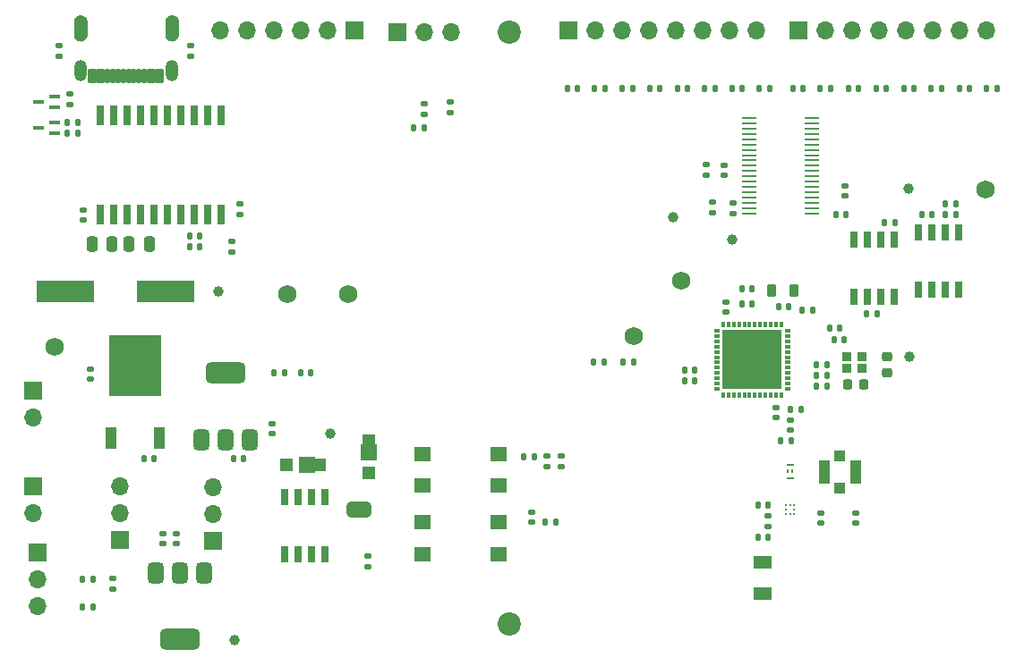
<source format=gbr>
%TF.GenerationSoftware,KiCad,Pcbnew,9.0.0*%
%TF.CreationDate,2025-05-06T12:07:41+02:00*%
%TF.ProjectId,Processing_board,50726f63-6573-4736-996e-675f626f6172,rev?*%
%TF.SameCoordinates,Original*%
%TF.FileFunction,Soldermask,Top*%
%TF.FilePolarity,Negative*%
%FSLAX46Y46*%
G04 Gerber Fmt 4.6, Leading zero omitted, Abs format (unit mm)*
G04 Created by KiCad (PCBNEW 9.0.0) date 2025-05-06 12:07:41*
%MOMM*%
%LPD*%
G01*
G04 APERTURE LIST*
G04 Aperture macros list*
%AMRoundRect*
0 Rectangle with rounded corners*
0 $1 Rounding radius*
0 $2 $3 $4 $5 $6 $7 $8 $9 X,Y pos of 4 corners*
0 Add a 4 corners polygon primitive as box body*
4,1,4,$2,$3,$4,$5,$6,$7,$8,$9,$2,$3,0*
0 Add four circle primitives for the rounded corners*
1,1,$1+$1,$2,$3*
1,1,$1+$1,$4,$5*
1,1,$1+$1,$6,$7*
1,1,$1+$1,$8,$9*
0 Add four rect primitives between the rounded corners*
20,1,$1+$1,$2,$3,$4,$5,0*
20,1,$1+$1,$4,$5,$6,$7,0*
20,1,$1+$1,$6,$7,$8,$9,0*
20,1,$1+$1,$8,$9,$2,$3,0*%
%AMFreePoly0*
4,1,23,0.500000,-0.750000,0.000000,-0.750000,0.000000,-0.745722,-0.065263,-0.745722,-0.191342,-0.711940,-0.304381,-0.646677,-0.396677,-0.554381,-0.461940,-0.441342,-0.495722,-0.315263,-0.495722,-0.250000,-0.500000,-0.250000,-0.500000,0.250000,-0.495722,0.250000,-0.495722,0.315263,-0.461940,0.441342,-0.396677,0.554381,-0.304381,0.646677,-0.191342,0.711940,-0.065263,0.745722,0.000000,0.745722,
0.000000,0.750000,0.500000,0.750000,0.500000,-0.750000,0.500000,-0.750000,$1*%
%AMFreePoly1*
4,1,23,0.000000,0.745722,0.065263,0.745722,0.191342,0.711940,0.304381,0.646677,0.396677,0.554381,0.461940,0.441342,0.495722,0.315263,0.495722,0.250000,0.500000,0.250000,0.500000,-0.250000,0.495722,-0.250000,0.495722,-0.315263,0.461940,-0.441342,0.396677,-0.554381,0.304381,-0.646677,0.191342,-0.711940,0.065263,-0.745722,0.000000,-0.745722,0.000000,-0.750000,-0.500000,-0.750000,
-0.500000,0.750000,0.000000,0.750000,0.000000,0.745722,0.000000,0.745722,$1*%
G04 Aperture macros list end*
%ADD10C,0.010000*%
%ADD11RoundRect,0.140000X-0.140000X-0.170000X0.140000X-0.170000X0.140000X0.170000X-0.140000X0.170000X0*%
%ADD12R,0.650000X1.528000*%
%ADD13C,1.000000*%
%ADD14RoundRect,0.140000X0.140000X0.170000X-0.140000X0.170000X-0.140000X-0.170000X0.140000X-0.170000X0*%
%ADD15RoundRect,0.140000X0.170000X-0.140000X0.170000X0.140000X-0.170000X0.140000X-0.170000X-0.140000X0*%
%ADD16R,1.700000X1.700000*%
%ADD17O,1.700000X1.700000*%
%ADD18RoundRect,0.135000X0.135000X0.185000X-0.135000X0.185000X-0.135000X-0.185000X0.135000X-0.185000X0*%
%ADD19C,1.734000*%
%ADD20RoundRect,0.135000X0.185000X-0.135000X0.185000X0.135000X-0.185000X0.135000X-0.185000X-0.135000X0*%
%ADD21RoundRect,0.147500X-0.172500X0.147500X-0.172500X-0.147500X0.172500X-0.147500X0.172500X0.147500X0*%
%ADD22RoundRect,0.135000X-0.135000X-0.185000X0.135000X-0.185000X0.135000X0.185000X-0.135000X0.185000X0*%
%ADD23RoundRect,0.375000X-0.375000X0.625000X-0.375000X-0.625000X0.375000X-0.625000X0.375000X0.625000X0*%
%ADD24RoundRect,0.500000X-1.400000X0.500000X-1.400000X-0.500000X1.400000X-0.500000X1.400000X0.500000X0*%
%ADD25R,1.000000X0.400000*%
%ADD26RoundRect,0.225000X0.225000X0.250000X-0.225000X0.250000X-0.225000X-0.250000X0.225000X-0.250000X0*%
%ADD27R,1.404099X0.279400*%
%ADD28R,1.000000X2.100000*%
%ADD29R,4.900000X5.850000*%
%ADD30RoundRect,0.140000X-0.170000X0.140000X-0.170000X-0.140000X0.170000X-0.140000X0.170000X0.140000X0*%
%ADD31RoundRect,0.090000X0.300000X0.575000X-0.300000X0.575000X-0.300000X-0.575000X0.300000X-0.575000X0*%
%ADD32RoundRect,0.090000X0.150000X0.575000X-0.150000X0.575000X-0.150000X-0.575000X0.150000X-0.575000X0*%
%ADD33O,1.204000X2.004000*%
%ADD34R,0.300000X0.550000*%
%ADD35R,0.550000X0.300000*%
%ADD36R,5.599999X5.599999*%
%ADD37R,0.700000X0.275000*%
%ADD38R,0.245000X0.450000*%
%ADD39R,0.650000X1.525000*%
%ADD40RoundRect,0.135000X-0.185000X0.135000X-0.185000X-0.135000X0.185000X-0.135000X0.185000X0.135000X0*%
%ADD41R,1.600000X1.400000*%
%ADD42R,1.000000X1.050000*%
%ADD43R,1.050000X2.200000*%
%ADD44RoundRect,0.218750X0.218750X0.381250X-0.218750X0.381250X-0.218750X-0.381250X0.218750X-0.381250X0*%
%ADD45C,2.200000*%
%ADD46R,1.200000X1.000000*%
%ADD47R,1.200000X1.150000*%
%ADD48R,1.500000X1.550000*%
%ADD49R,0.250000X0.250000*%
%ADD50RoundRect,0.375000X0.375000X-0.625000X0.375000X0.625000X-0.375000X0.625000X-0.375000X-0.625000X0*%
%ADD51RoundRect,0.500000X1.400000X-0.500000X1.400000X0.500000X-1.400000X0.500000X-1.400000X-0.500000X0*%
%ADD52FreePoly0,0.000000*%
%ADD53FreePoly1,0.000000*%
%ADD54RoundRect,0.147500X-0.147500X-0.172500X0.147500X-0.172500X0.147500X0.172500X-0.147500X0.172500X0*%
%ADD55R,1.800000X1.150000*%
%ADD56RoundRect,0.250000X0.250000X0.475000X-0.250000X0.475000X-0.250000X-0.475000X0.250000X-0.475000X0*%
%ADD57RoundRect,0.250000X-0.250000X-0.475000X0.250000X-0.475000X0.250000X0.475000X-0.250000X0.475000X0*%
%ADD58RoundRect,0.147500X0.147500X0.172500X-0.147500X0.172500X-0.147500X-0.172500X0.147500X-0.172500X0*%
%ADD59R,0.889000X0.812800*%
%ADD60R,1.000000X1.200000*%
%ADD61R,1.150000X1.200000*%
%ADD62R,1.550000X1.500000*%
%ADD63RoundRect,0.225000X-0.250000X0.225000X-0.250000X-0.225000X0.250000X-0.225000X0.250000X0.225000X0*%
%ADD64R,5.500000X2.000000*%
%ADD65R,0.650000X1.850000*%
G04 APERTURE END LIST*
D10*
%TO.C,J11*%
X86461000Y-67378500D02*
X86493000Y-67380500D01*
X86524000Y-67384500D01*
X86555000Y-67390500D01*
X86585000Y-67397500D01*
X86615000Y-67406500D01*
X86645000Y-67417500D01*
X86674000Y-67429500D01*
X86702000Y-67442500D01*
X86730000Y-67457500D01*
X86757000Y-67474500D01*
X86783000Y-67492500D01*
X86808000Y-67511500D01*
X86831000Y-67531500D01*
X86854000Y-67553500D01*
X86876000Y-67576500D01*
X86896000Y-67599500D01*
X86915000Y-67624500D01*
X86933000Y-67650500D01*
X86950000Y-67677500D01*
X86965000Y-67705500D01*
X86978000Y-67733500D01*
X86990000Y-67762500D01*
X87001000Y-67792500D01*
X87010000Y-67822500D01*
X87017000Y-67852500D01*
X87023000Y-67883500D01*
X87027000Y-67914500D01*
X87029000Y-67946500D01*
X87030000Y-67977500D01*
X87030000Y-68577500D01*
X87030000Y-69177500D01*
X87029000Y-69208500D01*
X87027000Y-69240500D01*
X87023000Y-69271500D01*
X87017000Y-69302500D01*
X87010000Y-69332500D01*
X87001000Y-69362500D01*
X86990000Y-69392500D01*
X86978000Y-69421500D01*
X86965000Y-69449500D01*
X86950000Y-69477500D01*
X86933000Y-69504500D01*
X86915000Y-69530500D01*
X86896000Y-69555500D01*
X86876000Y-69578500D01*
X86854000Y-69601500D01*
X86831000Y-69623500D01*
X86808000Y-69643500D01*
X86783000Y-69662500D01*
X86757000Y-69680500D01*
X86730000Y-69697500D01*
X86702000Y-69712500D01*
X86674000Y-69725500D01*
X86645000Y-69737500D01*
X86615000Y-69748500D01*
X86585000Y-69757500D01*
X86555000Y-69764500D01*
X86524000Y-69770500D01*
X86493000Y-69774500D01*
X86461000Y-69776500D01*
X86430000Y-69777500D01*
X86399000Y-69776500D01*
X86367000Y-69774500D01*
X86336000Y-69770500D01*
X86305000Y-69764500D01*
X86275000Y-69757500D01*
X86245000Y-69748500D01*
X86215000Y-69737500D01*
X86186000Y-69725500D01*
X86158000Y-69712500D01*
X86130000Y-69697500D01*
X86103000Y-69680500D01*
X86077000Y-69662500D01*
X86052000Y-69643500D01*
X86029000Y-69623500D01*
X86006000Y-69601500D01*
X85984000Y-69578500D01*
X85964000Y-69555500D01*
X85945000Y-69530500D01*
X85927000Y-69504500D01*
X85910000Y-69477500D01*
X85895000Y-69449500D01*
X85882000Y-69421500D01*
X85870000Y-69392500D01*
X85859000Y-69362500D01*
X85850000Y-69332500D01*
X85843000Y-69302500D01*
X85837000Y-69271500D01*
X85833000Y-69240500D01*
X85831000Y-69208500D01*
X85830000Y-69177500D01*
X85830000Y-68577500D01*
X85830000Y-67977500D01*
X85831000Y-67946500D01*
X85833000Y-67914500D01*
X85837000Y-67883500D01*
X85843000Y-67852500D01*
X85850000Y-67822500D01*
X85859000Y-67792500D01*
X85870000Y-67762500D01*
X85882000Y-67733500D01*
X85895000Y-67705500D01*
X85910000Y-67677500D01*
X85927000Y-67650500D01*
X85945000Y-67624500D01*
X85964000Y-67599500D01*
X85984000Y-67576500D01*
X86006000Y-67553500D01*
X86029000Y-67531500D01*
X86052000Y-67511500D01*
X86077000Y-67492500D01*
X86103000Y-67474500D01*
X86130000Y-67457500D01*
X86158000Y-67442500D01*
X86186000Y-67429500D01*
X86215000Y-67417500D01*
X86245000Y-67406500D01*
X86275000Y-67397500D01*
X86305000Y-67390500D01*
X86336000Y-67384500D01*
X86367000Y-67380500D01*
X86399000Y-67378500D01*
X86430000Y-67377500D01*
X86461000Y-67378500D01*
G36*
X86461000Y-67378500D02*
G01*
X86493000Y-67380500D01*
X86524000Y-67384500D01*
X86555000Y-67390500D01*
X86585000Y-67397500D01*
X86615000Y-67406500D01*
X86645000Y-67417500D01*
X86674000Y-67429500D01*
X86702000Y-67442500D01*
X86730000Y-67457500D01*
X86757000Y-67474500D01*
X86783000Y-67492500D01*
X86808000Y-67511500D01*
X86831000Y-67531500D01*
X86854000Y-67553500D01*
X86876000Y-67576500D01*
X86896000Y-67599500D01*
X86915000Y-67624500D01*
X86933000Y-67650500D01*
X86950000Y-67677500D01*
X86965000Y-67705500D01*
X86978000Y-67733500D01*
X86990000Y-67762500D01*
X87001000Y-67792500D01*
X87010000Y-67822500D01*
X87017000Y-67852500D01*
X87023000Y-67883500D01*
X87027000Y-67914500D01*
X87029000Y-67946500D01*
X87030000Y-67977500D01*
X87030000Y-68577500D01*
X87030000Y-69177500D01*
X87029000Y-69208500D01*
X87027000Y-69240500D01*
X87023000Y-69271500D01*
X87017000Y-69302500D01*
X87010000Y-69332500D01*
X87001000Y-69362500D01*
X86990000Y-69392500D01*
X86978000Y-69421500D01*
X86965000Y-69449500D01*
X86950000Y-69477500D01*
X86933000Y-69504500D01*
X86915000Y-69530500D01*
X86896000Y-69555500D01*
X86876000Y-69578500D01*
X86854000Y-69601500D01*
X86831000Y-69623500D01*
X86808000Y-69643500D01*
X86783000Y-69662500D01*
X86757000Y-69680500D01*
X86730000Y-69697500D01*
X86702000Y-69712500D01*
X86674000Y-69725500D01*
X86645000Y-69737500D01*
X86615000Y-69748500D01*
X86585000Y-69757500D01*
X86555000Y-69764500D01*
X86524000Y-69770500D01*
X86493000Y-69774500D01*
X86461000Y-69776500D01*
X86430000Y-69777500D01*
X86399000Y-69776500D01*
X86367000Y-69774500D01*
X86336000Y-69770500D01*
X86305000Y-69764500D01*
X86275000Y-69757500D01*
X86245000Y-69748500D01*
X86215000Y-69737500D01*
X86186000Y-69725500D01*
X86158000Y-69712500D01*
X86130000Y-69697500D01*
X86103000Y-69680500D01*
X86077000Y-69662500D01*
X86052000Y-69643500D01*
X86029000Y-69623500D01*
X86006000Y-69601500D01*
X85984000Y-69578500D01*
X85964000Y-69555500D01*
X85945000Y-69530500D01*
X85927000Y-69504500D01*
X85910000Y-69477500D01*
X85895000Y-69449500D01*
X85882000Y-69421500D01*
X85870000Y-69392500D01*
X85859000Y-69362500D01*
X85850000Y-69332500D01*
X85843000Y-69302500D01*
X85837000Y-69271500D01*
X85833000Y-69240500D01*
X85831000Y-69208500D01*
X85830000Y-69177500D01*
X85830000Y-68577500D01*
X85830000Y-67977500D01*
X85831000Y-67946500D01*
X85833000Y-67914500D01*
X85837000Y-67883500D01*
X85843000Y-67852500D01*
X85850000Y-67822500D01*
X85859000Y-67792500D01*
X85870000Y-67762500D01*
X85882000Y-67733500D01*
X85895000Y-67705500D01*
X85910000Y-67677500D01*
X85927000Y-67650500D01*
X85945000Y-67624500D01*
X85964000Y-67599500D01*
X85984000Y-67576500D01*
X86006000Y-67553500D01*
X86029000Y-67531500D01*
X86052000Y-67511500D01*
X86077000Y-67492500D01*
X86103000Y-67474500D01*
X86130000Y-67457500D01*
X86158000Y-67442500D01*
X86186000Y-67429500D01*
X86215000Y-67417500D01*
X86245000Y-67406500D01*
X86275000Y-67397500D01*
X86305000Y-67390500D01*
X86336000Y-67384500D01*
X86367000Y-67380500D01*
X86399000Y-67378500D01*
X86430000Y-67377500D01*
X86461000Y-67378500D01*
G37*
X95101000Y-67378500D02*
X95133000Y-67380500D01*
X95164000Y-67384500D01*
X95195000Y-67390500D01*
X95225000Y-67397500D01*
X95255000Y-67406500D01*
X95285000Y-67417500D01*
X95314000Y-67429500D01*
X95342000Y-67442500D01*
X95370000Y-67457500D01*
X95397000Y-67474500D01*
X95423000Y-67492500D01*
X95448000Y-67511500D01*
X95471000Y-67531500D01*
X95494000Y-67553500D01*
X95516000Y-67576500D01*
X95536000Y-67599500D01*
X95555000Y-67624500D01*
X95573000Y-67650500D01*
X95590000Y-67677500D01*
X95605000Y-67705500D01*
X95618000Y-67733500D01*
X95630000Y-67762500D01*
X95641000Y-67792500D01*
X95650000Y-67822500D01*
X95657000Y-67852500D01*
X95663000Y-67883500D01*
X95667000Y-67914500D01*
X95669000Y-67946500D01*
X95670000Y-67977500D01*
X95670000Y-68577500D01*
X95670000Y-69177500D01*
X95669000Y-69208500D01*
X95667000Y-69240500D01*
X95663000Y-69271500D01*
X95657000Y-69302500D01*
X95650000Y-69332500D01*
X95641000Y-69362500D01*
X95630000Y-69392500D01*
X95618000Y-69421500D01*
X95605000Y-69449500D01*
X95590000Y-69477500D01*
X95573000Y-69504500D01*
X95555000Y-69530500D01*
X95536000Y-69555500D01*
X95516000Y-69578500D01*
X95494000Y-69601500D01*
X95471000Y-69623500D01*
X95448000Y-69643500D01*
X95423000Y-69662500D01*
X95397000Y-69680500D01*
X95370000Y-69697500D01*
X95342000Y-69712500D01*
X95314000Y-69725500D01*
X95285000Y-69737500D01*
X95255000Y-69748500D01*
X95225000Y-69757500D01*
X95195000Y-69764500D01*
X95164000Y-69770500D01*
X95133000Y-69774500D01*
X95101000Y-69776500D01*
X95070000Y-69777500D01*
X95039000Y-69776500D01*
X95007000Y-69774500D01*
X94976000Y-69770500D01*
X94945000Y-69764500D01*
X94915000Y-69757500D01*
X94885000Y-69748500D01*
X94855000Y-69737500D01*
X94826000Y-69725500D01*
X94798000Y-69712500D01*
X94770000Y-69697500D01*
X94743000Y-69680500D01*
X94717000Y-69662500D01*
X94692000Y-69643500D01*
X94669000Y-69623500D01*
X94646000Y-69601500D01*
X94624000Y-69578500D01*
X94604000Y-69555500D01*
X94585000Y-69530500D01*
X94567000Y-69504500D01*
X94550000Y-69477500D01*
X94535000Y-69449500D01*
X94522000Y-69421500D01*
X94510000Y-69392500D01*
X94499000Y-69362500D01*
X94490000Y-69332500D01*
X94483000Y-69302500D01*
X94477000Y-69271500D01*
X94473000Y-69240500D01*
X94471000Y-69208500D01*
X94470000Y-69177500D01*
X94470000Y-68577500D01*
X94470000Y-67977500D01*
X94471000Y-67946500D01*
X94473000Y-67914500D01*
X94477000Y-67883500D01*
X94483000Y-67852500D01*
X94490000Y-67822500D01*
X94499000Y-67792500D01*
X94510000Y-67762500D01*
X94522000Y-67733500D01*
X94535000Y-67705500D01*
X94550000Y-67677500D01*
X94567000Y-67650500D01*
X94585000Y-67624500D01*
X94604000Y-67599500D01*
X94624000Y-67576500D01*
X94646000Y-67553500D01*
X94669000Y-67531500D01*
X94692000Y-67511500D01*
X94717000Y-67492500D01*
X94743000Y-67474500D01*
X94770000Y-67457500D01*
X94798000Y-67442500D01*
X94826000Y-67429500D01*
X94855000Y-67417500D01*
X94885000Y-67406500D01*
X94915000Y-67397500D01*
X94945000Y-67390500D01*
X94976000Y-67384500D01*
X95007000Y-67380500D01*
X95039000Y-67378500D01*
X95070000Y-67377500D01*
X95101000Y-67378500D01*
G36*
X95101000Y-67378500D02*
G01*
X95133000Y-67380500D01*
X95164000Y-67384500D01*
X95195000Y-67390500D01*
X95225000Y-67397500D01*
X95255000Y-67406500D01*
X95285000Y-67417500D01*
X95314000Y-67429500D01*
X95342000Y-67442500D01*
X95370000Y-67457500D01*
X95397000Y-67474500D01*
X95423000Y-67492500D01*
X95448000Y-67511500D01*
X95471000Y-67531500D01*
X95494000Y-67553500D01*
X95516000Y-67576500D01*
X95536000Y-67599500D01*
X95555000Y-67624500D01*
X95573000Y-67650500D01*
X95590000Y-67677500D01*
X95605000Y-67705500D01*
X95618000Y-67733500D01*
X95630000Y-67762500D01*
X95641000Y-67792500D01*
X95650000Y-67822500D01*
X95657000Y-67852500D01*
X95663000Y-67883500D01*
X95667000Y-67914500D01*
X95669000Y-67946500D01*
X95670000Y-67977500D01*
X95670000Y-68577500D01*
X95670000Y-69177500D01*
X95669000Y-69208500D01*
X95667000Y-69240500D01*
X95663000Y-69271500D01*
X95657000Y-69302500D01*
X95650000Y-69332500D01*
X95641000Y-69362500D01*
X95630000Y-69392500D01*
X95618000Y-69421500D01*
X95605000Y-69449500D01*
X95590000Y-69477500D01*
X95573000Y-69504500D01*
X95555000Y-69530500D01*
X95536000Y-69555500D01*
X95516000Y-69578500D01*
X95494000Y-69601500D01*
X95471000Y-69623500D01*
X95448000Y-69643500D01*
X95423000Y-69662500D01*
X95397000Y-69680500D01*
X95370000Y-69697500D01*
X95342000Y-69712500D01*
X95314000Y-69725500D01*
X95285000Y-69737500D01*
X95255000Y-69748500D01*
X95225000Y-69757500D01*
X95195000Y-69764500D01*
X95164000Y-69770500D01*
X95133000Y-69774500D01*
X95101000Y-69776500D01*
X95070000Y-69777500D01*
X95039000Y-69776500D01*
X95007000Y-69774500D01*
X94976000Y-69770500D01*
X94945000Y-69764500D01*
X94915000Y-69757500D01*
X94885000Y-69748500D01*
X94855000Y-69737500D01*
X94826000Y-69725500D01*
X94798000Y-69712500D01*
X94770000Y-69697500D01*
X94743000Y-69680500D01*
X94717000Y-69662500D01*
X94692000Y-69643500D01*
X94669000Y-69623500D01*
X94646000Y-69601500D01*
X94624000Y-69578500D01*
X94604000Y-69555500D01*
X94585000Y-69530500D01*
X94567000Y-69504500D01*
X94550000Y-69477500D01*
X94535000Y-69449500D01*
X94522000Y-69421500D01*
X94510000Y-69392500D01*
X94499000Y-69362500D01*
X94490000Y-69332500D01*
X94483000Y-69302500D01*
X94477000Y-69271500D01*
X94473000Y-69240500D01*
X94471000Y-69208500D01*
X94470000Y-69177500D01*
X94470000Y-68577500D01*
X94470000Y-67977500D01*
X94471000Y-67946500D01*
X94473000Y-67914500D01*
X94477000Y-67883500D01*
X94483000Y-67852500D01*
X94490000Y-67822500D01*
X94499000Y-67792500D01*
X94510000Y-67762500D01*
X94522000Y-67733500D01*
X94535000Y-67705500D01*
X94550000Y-67677500D01*
X94567000Y-67650500D01*
X94585000Y-67624500D01*
X94604000Y-67599500D01*
X94624000Y-67576500D01*
X94646000Y-67553500D01*
X94669000Y-67531500D01*
X94692000Y-67511500D01*
X94717000Y-67492500D01*
X94743000Y-67474500D01*
X94770000Y-67457500D01*
X94798000Y-67442500D01*
X94826000Y-67429500D01*
X94855000Y-67417500D01*
X94885000Y-67406500D01*
X94915000Y-67397500D01*
X94945000Y-67390500D01*
X94976000Y-67384500D01*
X95007000Y-67380500D01*
X95039000Y-67378500D01*
X95070000Y-67377500D01*
X95101000Y-67378500D01*
G37*
%TO.C,JP1*%
G36*
X112645000Y-113451000D02*
G01*
X112945000Y-113451000D01*
X112945000Y-114951000D01*
X112645000Y-114951000D01*
X112645000Y-113451000D01*
G37*
%TD*%
D11*
%TO.C,C26*%
X135100017Y-74319503D03*
X136060017Y-74319503D03*
%TD*%
D12*
%TO.C,U2*%
X165720000Y-93352000D03*
X166990000Y-93352000D03*
X168260000Y-93352000D03*
X169530000Y-93352000D03*
X169530000Y-87930000D03*
X168260000Y-87930000D03*
X166990000Y-87930000D03*
X165720000Y-87930000D03*
%TD*%
D13*
%TO.C,TP4*%
X164750000Y-83750000D03*
%TD*%
D14*
%TO.C,C57*%
X166980000Y-86250000D03*
X166020000Y-86250000D03*
%TD*%
D15*
%TO.C,C2*%
X129150000Y-115400000D03*
X129150000Y-114440000D03*
%TD*%
D16*
%TO.C,J1*%
X132640000Y-68800000D03*
D17*
X135180000Y-68800000D03*
X137720000Y-68800000D03*
X140260000Y-68800000D03*
X142800000Y-68800000D03*
X145340000Y-68800000D03*
X147880000Y-68800000D03*
X150420000Y-68800000D03*
%TD*%
D18*
%TO.C,R8*%
X129410000Y-109150000D03*
X128390000Y-109150000D03*
%TD*%
D14*
%TO.C,C16*%
X158865017Y-86250000D03*
X157905017Y-86250000D03*
%TD*%
%TO.C,C35*%
X153654651Y-107682842D03*
X152694651Y-107682842D03*
%TD*%
D19*
%TO.C,TP1*%
X84000000Y-98750000D03*
%TD*%
D20*
%TO.C,R16*%
X84400000Y-71250000D03*
X84400000Y-70230000D03*
%TD*%
D21*
%TO.C,L2*%
X151466003Y-114810842D03*
X151466003Y-115780842D03*
%TD*%
D22*
%TO.C,R11*%
X168240000Y-86250000D03*
X169260000Y-86250000D03*
%TD*%
D11*
%TO.C,C18*%
X150675017Y-74319503D03*
X151635017Y-74319503D03*
%TD*%
D23*
%TO.C,U5*%
X98133000Y-120197500D03*
X95833000Y-120197500D03*
D24*
X95833000Y-126497500D03*
D23*
X93533000Y-120197500D03*
%TD*%
D13*
%TO.C,TP7*%
X142500000Y-86500000D03*
%TD*%
D25*
%TO.C,Q3*%
X83980000Y-78550000D03*
X83980000Y-77550000D03*
X82480000Y-78050000D03*
%TD*%
D16*
%TO.C,J4*%
X82425000Y-118275000D03*
D17*
X82425000Y-120815000D03*
X82425000Y-123355000D03*
%TD*%
D11*
%TO.C,C9*%
X162520000Y-87000000D03*
X163480000Y-87000000D03*
%TD*%
%TO.C,C25*%
X137720017Y-74319503D03*
X138680017Y-74319503D03*
%TD*%
%TO.C,C5*%
X153825017Y-74319503D03*
X154785017Y-74319503D03*
%TD*%
D14*
%TO.C,C43*%
X144530466Y-102000000D03*
X143570466Y-102000000D03*
%TD*%
D11*
%TO.C,C8*%
X159075017Y-74319503D03*
X160035017Y-74319503D03*
%TD*%
%TO.C,C34*%
X153625000Y-104698000D03*
X154585000Y-104698000D03*
%TD*%
D19*
%TO.C,TP13*%
X111750000Y-93750000D03*
%TD*%
D26*
%TO.C,C4*%
X160535000Y-102310000D03*
X158985000Y-102310000D03*
%TD*%
D11*
%TO.C,C15*%
X169575017Y-74319503D03*
X170535017Y-74319503D03*
%TD*%
D27*
%TO.C,U4*%
X155615017Y-86119501D03*
X155615017Y-85619502D03*
X155615017Y-85119503D03*
X155615017Y-84619501D03*
X155615017Y-84119502D03*
X155615017Y-83619503D03*
X155615017Y-83119502D03*
X155615017Y-82619503D03*
X155615017Y-82119501D03*
X155615017Y-81619502D03*
X155615017Y-81119503D03*
X155615017Y-80619501D03*
X155615017Y-80119502D03*
X155615017Y-79619501D03*
X155615017Y-79119502D03*
X155615017Y-78619503D03*
X155615017Y-78119501D03*
X155615017Y-77619502D03*
X155615017Y-77119501D03*
X149715121Y-77119503D03*
X149715121Y-77619502D03*
X149715121Y-78119501D03*
X149715121Y-78619503D03*
X149715121Y-79119502D03*
X149715121Y-79619503D03*
X149715121Y-80119502D03*
X149715121Y-80619501D03*
X149715121Y-81119503D03*
X149715121Y-81619502D03*
X149715121Y-82119504D03*
X149715121Y-82619503D03*
X149715121Y-83119502D03*
X149715121Y-83619503D03*
X149715121Y-84119502D03*
X149715121Y-84619501D03*
X149715121Y-85119503D03*
X149715121Y-85619502D03*
X149715121Y-86119503D03*
%TD*%
D28*
%TO.C,U7*%
X89335000Y-107395000D03*
X93895000Y-107395000D03*
D29*
X91615000Y-100595000D03*
%TD*%
D11*
%TO.C,C39*%
X150516003Y-116795842D03*
X151476003Y-116795842D03*
%TD*%
D30*
%TO.C,C29*%
X95488000Y-116467500D03*
X95488000Y-117427500D03*
%TD*%
D14*
%TO.C,C14*%
X169230000Y-85250000D03*
X168270000Y-85250000D03*
%TD*%
D31*
%TO.C,J11*%
X93950000Y-73152500D03*
X93150000Y-73152500D03*
D32*
X92000000Y-73152500D03*
X91000000Y-73152500D03*
X90500000Y-73152500D03*
X89500000Y-73152500D03*
D31*
X87550000Y-73152500D03*
X88350000Y-73152500D03*
D32*
X89000000Y-73152500D03*
X90000000Y-73152500D03*
X91500000Y-73152500D03*
X92500000Y-73152500D03*
D33*
X95070000Y-72577500D03*
X86430000Y-72577500D03*
%TD*%
D34*
%TO.C,U1*%
X152750693Y-96625000D03*
X152250567Y-96625000D03*
X151750441Y-96625000D03*
X151250315Y-96625000D03*
X150750189Y-96625000D03*
X150250063Y-96625000D03*
X149749937Y-96625000D03*
X149249811Y-96625000D03*
X148749685Y-96625000D03*
X148249559Y-96625000D03*
X147749433Y-96625000D03*
X147249307Y-96625000D03*
D35*
X146625000Y-97250000D03*
X146625000Y-97749999D03*
X146625000Y-98250001D03*
X146625000Y-98750000D03*
X146625000Y-99249999D03*
X146625000Y-99750000D03*
X146625000Y-100250000D03*
X146625000Y-100750001D03*
X146625000Y-101250000D03*
X146625000Y-101749999D03*
X146625000Y-102250001D03*
X146625000Y-102750000D03*
D34*
X147249307Y-103375000D03*
X147749433Y-103375000D03*
X148249559Y-103375000D03*
X148749685Y-103375000D03*
X149249811Y-103375000D03*
X149749937Y-103375000D03*
X150250063Y-103375000D03*
X150750189Y-103375000D03*
X151250315Y-103375000D03*
X151750441Y-103375000D03*
X152250567Y-103375000D03*
X152750693Y-103375000D03*
D35*
X153375000Y-102750000D03*
X153375000Y-102250001D03*
X153375000Y-101749999D03*
X153375000Y-101250000D03*
X153375000Y-100750001D03*
X153375000Y-100250000D03*
X153375000Y-99750000D03*
X153375000Y-99249999D03*
X153375000Y-98750000D03*
X153375000Y-98250001D03*
X153375000Y-97749999D03*
X153375000Y-97250000D03*
D36*
X150000000Y-100000000D03*
%TD*%
D16*
%TO.C,J8*%
X90200000Y-117080000D03*
D17*
X90200000Y-114540000D03*
X90200000Y-112000000D03*
%TD*%
D30*
%TO.C,C45*%
X152250000Y-104540000D03*
X152250000Y-105500000D03*
%TD*%
D37*
%TO.C,FL1*%
X153574651Y-109963842D03*
D38*
X153347651Y-110575842D03*
D37*
X153574651Y-111188842D03*
D38*
X153801651Y-110575842D03*
%TD*%
D14*
%TO.C,C38*%
X151496003Y-113795842D03*
X150536003Y-113795842D03*
%TD*%
D39*
%TO.C,Q1*%
X105750000Y-118376000D03*
X107020000Y-118376000D03*
X108290000Y-118376000D03*
X109560000Y-118376000D03*
X109560000Y-113000000D03*
X108290000Y-113000000D03*
X107020000Y-113000000D03*
X105750000Y-113000000D03*
%TD*%
D14*
%TO.C,C46*%
X158690000Y-98110000D03*
X157730000Y-98110000D03*
%TD*%
D40*
%TO.C,R17*%
X85480000Y-74780000D03*
X85480000Y-75800000D03*
%TD*%
D15*
%TO.C,C21*%
X148157617Y-86145503D03*
X148157617Y-85185503D03*
%TD*%
D14*
%TO.C,C44*%
X149980000Y-94750000D03*
X149020000Y-94750000D03*
%TD*%
D41*
%TO.C,SW1*%
X118800000Y-111900000D03*
X126000000Y-111900000D03*
X118800000Y-108900000D03*
X126000000Y-108900000D03*
%TD*%
D40*
%TO.C,R22*%
X146200000Y-85090000D03*
X146200000Y-86110000D03*
%TD*%
D11*
%TO.C,C50*%
X143590466Y-101000000D03*
X144550466Y-101000000D03*
%TD*%
D16*
%TO.C,J2*%
X154380000Y-68800000D03*
D17*
X156920000Y-68800000D03*
X159460000Y-68800000D03*
X162000000Y-68800000D03*
X164540000Y-68800000D03*
X167080000Y-68800000D03*
X169620000Y-68800000D03*
X172160000Y-68800000D03*
%TD*%
D16*
%TO.C,J5*%
X116475000Y-68975000D03*
D17*
X119015000Y-68975000D03*
X121555000Y-68975000D03*
%TD*%
D20*
%TO.C,R9*%
X131900000Y-110130000D03*
X131900000Y-109110000D03*
%TD*%
D42*
%TO.C,J10*%
X158299651Y-112150842D03*
D43*
X159774651Y-110625842D03*
D42*
X158299651Y-109100842D03*
D43*
X156824651Y-110625842D03*
%TD*%
D15*
%TO.C,C1*%
X130600000Y-110105000D03*
X130600000Y-109145000D03*
%TD*%
D11*
%TO.C,C24*%
X140270017Y-74319503D03*
X141230017Y-74319503D03*
%TD*%
D40*
%TO.C,R3*%
X119000000Y-75723338D03*
X119000000Y-76743338D03*
%TD*%
D11*
%TO.C,C10*%
X161715017Y-74319503D03*
X162675017Y-74319503D03*
%TD*%
D44*
%TO.C,L3*%
X153962500Y-93450000D03*
X151837500Y-93450000D03*
%TD*%
D14*
%TO.C,C51*%
X157050000Y-100510000D03*
X156090000Y-100510000D03*
%TD*%
%TO.C,C48*%
X157050000Y-102510000D03*
X156090000Y-102510000D03*
%TD*%
D15*
%TO.C,C12*%
X158750000Y-84480000D03*
X158750000Y-83520000D03*
%TD*%
D11*
%TO.C,C27*%
X132495000Y-74320000D03*
X133455000Y-74320000D03*
%TD*%
D40*
%TO.C,R12*%
X145665017Y-81534503D03*
X145665017Y-82554503D03*
%TD*%
D45*
%TO.C,H2*%
X127000000Y-125000000D03*
%TD*%
D46*
%TO.C,D3*%
X113695000Y-107545000D03*
D47*
X113695000Y-110719000D03*
D48*
X113695000Y-108795000D03*
%TD*%
D14*
%TO.C,C47*%
X158280000Y-97010000D03*
X157320000Y-97010000D03*
%TD*%
D40*
%TO.C,R13*%
X113645000Y-118625000D03*
X113645000Y-119645000D03*
%TD*%
D30*
%TO.C,C36*%
X156500000Y-114520000D03*
X156500000Y-115480000D03*
%TD*%
D11*
%TO.C,C22*%
X145490017Y-74319503D03*
X146450017Y-74319503D03*
%TD*%
D40*
%TO.C,R4*%
X121410688Y-75578338D03*
X121410688Y-76598338D03*
%TD*%
D25*
%TO.C,Q2*%
X83980000Y-76050000D03*
X83980000Y-75050000D03*
X82480000Y-75550000D03*
%TD*%
D18*
%TO.C,R18*%
X86250000Y-77550000D03*
X85230000Y-77550000D03*
%TD*%
D40*
%TO.C,R21*%
X101500000Y-85250000D03*
X101500000Y-86270000D03*
%TD*%
D13*
%TO.C,TP11*%
X99500000Y-93540000D03*
%TD*%
D14*
%TO.C,C32*%
X93425000Y-109350000D03*
X92465000Y-109350000D03*
%TD*%
D11*
%TO.C,C11*%
X164315017Y-74319503D03*
X165275017Y-74319503D03*
%TD*%
D14*
%TO.C,C52*%
X153460000Y-95000000D03*
X152500000Y-95000000D03*
%TD*%
D18*
%TO.C,R14*%
X105770000Y-101250000D03*
X104750000Y-101250000D03*
%TD*%
D49*
%TO.C,U8*%
X153174651Y-114575842D03*
X153574651Y-114575842D03*
X153974651Y-114575842D03*
X153974651Y-114175842D03*
X153974651Y-113775842D03*
X153574651Y-113775842D03*
X153174651Y-113775842D03*
X153174651Y-114175842D03*
%TD*%
D50*
%TO.C,U6*%
X97895000Y-107545000D03*
X100195000Y-107545000D03*
D51*
X100195000Y-101245000D03*
D50*
X102495000Y-107545000D03*
%TD*%
D11*
%TO.C,C20*%
X148070017Y-74319503D03*
X149030017Y-74319503D03*
%TD*%
D19*
%TO.C,TP5*%
X138750000Y-97750000D03*
%TD*%
D11*
%TO.C,C6*%
X160838000Y-95673000D03*
X161798000Y-95673000D03*
%TD*%
D30*
%TO.C,C40*%
X147500000Y-94520000D03*
X147500000Y-95480000D03*
%TD*%
D11*
%TO.C,C31*%
X100905000Y-109375000D03*
X101865000Y-109375000D03*
%TD*%
D30*
%TO.C,C19*%
X147318066Y-81569502D03*
X147318066Y-82529502D03*
%TD*%
D21*
%TO.C,L1*%
X153604651Y-105682842D03*
X153604651Y-106652842D03*
%TD*%
D52*
%TO.C,JP1*%
X112145000Y-114201000D03*
D53*
X113445000Y-114201000D03*
%TD*%
D11*
%TO.C,C17*%
X172175017Y-74319503D03*
X173135017Y-74319503D03*
%TD*%
D16*
%TO.C,J6*%
X82000000Y-112000000D03*
D17*
X82000000Y-114540000D03*
%TD*%
D13*
%TO.C,TP8*%
X148100000Y-88650000D03*
%TD*%
D19*
%TO.C,TP6*%
X143250000Y-92500000D03*
%TD*%
D15*
%TO.C,C30*%
X104595000Y-106980000D03*
X104595000Y-106020000D03*
%TD*%
D14*
%TO.C,C42*%
X157050000Y-101510000D03*
X156090000Y-101510000D03*
%TD*%
D16*
%TO.C,J7*%
X82000000Y-102960000D03*
D17*
X82000000Y-105500000D03*
%TD*%
D11*
%TO.C,C13*%
X166925017Y-74319503D03*
X167885017Y-74319503D03*
%TD*%
D54*
%TO.C,D5*%
X96780000Y-88300000D03*
X97750000Y-88300000D03*
%TD*%
D11*
%TO.C,C23*%
X142900017Y-74319503D03*
X143860017Y-74319503D03*
%TD*%
D13*
%TO.C,TP2*%
X164900000Y-99700000D03*
%TD*%
D54*
%TO.C,D6*%
X96780000Y-89300000D03*
X97750000Y-89300000D03*
%TD*%
D18*
%TO.C,R6*%
X119010000Y-78000000D03*
X117990000Y-78000000D03*
%TD*%
D19*
%TO.C,TP3*%
X172050000Y-83900000D03*
%TD*%
D22*
%TO.C,R2*%
X86590000Y-123400000D03*
X87610000Y-123400000D03*
%TD*%
D20*
%TO.C,R15*%
X96900000Y-71250000D03*
X96900000Y-70230000D03*
%TD*%
D22*
%TO.C,R7*%
X134980000Y-100250000D03*
X136000000Y-100250000D03*
%TD*%
D11*
%TO.C,C7*%
X156420017Y-74319503D03*
X157380017Y-74319503D03*
%TD*%
D55*
%TO.C,AE2*%
X150950000Y-119174584D03*
X150950000Y-122174584D03*
%TD*%
D22*
%TO.C,R10*%
X130380000Y-115400000D03*
X131400000Y-115400000D03*
%TD*%
D41*
%TO.C,SW2*%
X126000000Y-115400000D03*
X118800000Y-115400000D03*
X126000000Y-118400000D03*
X118800000Y-118400000D03*
%TD*%
D13*
%TO.C,TP10*%
X110100000Y-107000000D03*
%TD*%
D40*
%TO.C,R20*%
X100750000Y-88790000D03*
X100750000Y-89810000D03*
%TD*%
D12*
%TO.C,U3*%
X159608000Y-94063000D03*
X160878000Y-94063000D03*
X162148000Y-94063000D03*
X163418000Y-94063000D03*
X163418000Y-88641000D03*
X162148000Y-88641000D03*
X160878000Y-88641000D03*
X159608000Y-88641000D03*
%TD*%
D56*
%TO.C,C54*%
X92950000Y-89040000D03*
X91050000Y-89040000D03*
%TD*%
D57*
%TO.C,C53*%
X87550000Y-89040000D03*
X89450000Y-89040000D03*
%TD*%
D58*
%TO.C,D4*%
X108235000Y-101250000D03*
X107265000Y-101250000D03*
%TD*%
D40*
%TO.C,R5*%
X89500000Y-120740000D03*
X89500000Y-121760000D03*
%TD*%
D30*
%TO.C,C55*%
X86750000Y-85800000D03*
X86750000Y-86760000D03*
%TD*%
D59*
%TO.C,XTAL1*%
X160360001Y-99700501D03*
X158959999Y-99700501D03*
X158959999Y-100800499D03*
X160360001Y-100800499D03*
%TD*%
D60*
%TO.C,D2*%
X109119000Y-109951000D03*
D61*
X105945000Y-109951000D03*
D62*
X107869000Y-109951000D03*
%TD*%
D54*
%TO.C,D1*%
X137780000Y-100250000D03*
X138750000Y-100250000D03*
%TD*%
D16*
%TO.C,J9*%
X98975000Y-117125000D03*
D17*
X98975000Y-114585000D03*
X98975000Y-112045000D03*
%TD*%
D19*
%TO.C,TP12*%
X106000000Y-93750000D03*
%TD*%
D13*
%TO.C,TP9*%
X101000000Y-126550000D03*
%TD*%
D30*
%TO.C,C37*%
X159750000Y-114520000D03*
X159750000Y-115480000D03*
%TD*%
D16*
%TO.C,J3*%
X112340000Y-68800000D03*
D17*
X109800000Y-68800000D03*
X107260000Y-68800000D03*
X104720000Y-68800000D03*
X102180000Y-68800000D03*
X99640000Y-68800000D03*
%TD*%
D63*
%TO.C,C3*%
X162750000Y-99700000D03*
X162750000Y-101250000D03*
%TD*%
D14*
%TO.C,C41*%
X149960000Y-93250000D03*
X149000000Y-93250000D03*
%TD*%
D22*
%TO.C,R1*%
X86600000Y-120800000D03*
X87620000Y-120800000D03*
%TD*%
D18*
%TO.C,R19*%
X86250000Y-78550000D03*
X85230000Y-78550000D03*
%TD*%
D30*
%TO.C,C33*%
X87395000Y-100895000D03*
X87395000Y-101855000D03*
%TD*%
D45*
%TO.C,H1*%
X127000000Y-69000000D03*
%TD*%
D64*
%TO.C,XTAL2*%
X85000000Y-93540000D03*
X94500000Y-93540000D03*
%TD*%
D30*
%TO.C,C28*%
X94238000Y-116467500D03*
X94238000Y-117427500D03*
%TD*%
D14*
%TO.C,C49*%
X155680000Y-95300000D03*
X154720000Y-95300000D03*
%TD*%
D65*
%TO.C,U9*%
X88285000Y-86215000D03*
X89555000Y-86215000D03*
X90825000Y-86215000D03*
X92095000Y-86215000D03*
X93365000Y-86215000D03*
X94635000Y-86215000D03*
X95905000Y-86215000D03*
X97175000Y-86215000D03*
X98445000Y-86215000D03*
X99715000Y-86215000D03*
X99715000Y-76865000D03*
X98445000Y-76865000D03*
X97175000Y-76865000D03*
X95905000Y-76865000D03*
X94635000Y-76865000D03*
X93365000Y-76865000D03*
X92095000Y-76865000D03*
X90825000Y-76865000D03*
X89555000Y-76865000D03*
X88285000Y-76865000D03*
%TD*%
M02*

</source>
